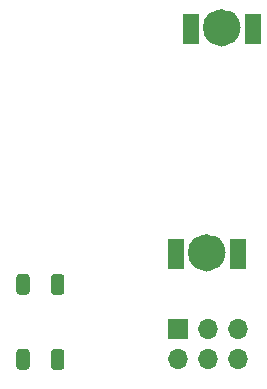
<source format=gbs>
%TF.GenerationSoftware,KiCad,Pcbnew,(5.1.12-1-10_14)*%
%TF.CreationDate,2022-04-14T08:34:34-04:00*%
%TF.ProjectId,Master_Warning,4d617374-6572-45f5-9761-726e696e672e,rev?*%
%TF.SameCoordinates,Original*%
%TF.FileFunction,Soldermask,Bot*%
%TF.FilePolarity,Negative*%
%FSLAX46Y46*%
G04 Gerber Fmt 4.6, Leading zero omitted, Abs format (unit mm)*
G04 Created by KiCad (PCBNEW (5.1.12-1-10_14)) date 2022-04-14 08:34:34*
%MOMM*%
%LPD*%
G01*
G04 APERTURE LIST*
%ADD10C,1.600000*%
%ADD11R,1.400000X2.600000*%
%ADD12R,1.700000X1.700000*%
%ADD13O,1.700000X1.700000*%
G04 APERTURE END LIST*
D10*
%TO.C,D1*%
X160744760Y-97647860D02*
G75*
G03*
X160744760Y-97647860I-800000J0D01*
G01*
%TO.C,D2*%
X162014760Y-78597860D02*
G75*
G03*
X162014760Y-78597860I-800000J0D01*
G01*
%TD*%
D11*
%TO.C,D1*%
X162560000Y-97790000D03*
X157360000Y-97790000D03*
%TD*%
%TO.C,D2*%
X158630000Y-78740000D03*
X163830000Y-78740000D03*
%TD*%
D12*
%TO.C,J1*%
X157480000Y-104140000D03*
D13*
X157480000Y-106680000D03*
X160020000Y-104140000D03*
X160020000Y-106680000D03*
X162560000Y-104140000D03*
X162560000Y-106680000D03*
%TD*%
%TO.C,R1*%
G36*
G01*
X143832500Y-100955002D02*
X143832500Y-99704998D01*
G75*
G02*
X144082498Y-99455000I249998J0D01*
G01*
X144707502Y-99455000D01*
G75*
G02*
X144957500Y-99704998I0J-249998D01*
G01*
X144957500Y-100955002D01*
G75*
G02*
X144707502Y-101205000I-249998J0D01*
G01*
X144082498Y-101205000D01*
G75*
G02*
X143832500Y-100955002I0J249998D01*
G01*
G37*
G36*
G01*
X146757500Y-100955002D02*
X146757500Y-99704998D01*
G75*
G02*
X147007498Y-99455000I249998J0D01*
G01*
X147632502Y-99455000D01*
G75*
G02*
X147882500Y-99704998I0J-249998D01*
G01*
X147882500Y-100955002D01*
G75*
G02*
X147632502Y-101205000I-249998J0D01*
G01*
X147007498Y-101205000D01*
G75*
G02*
X146757500Y-100955002I0J249998D01*
G01*
G37*
%TD*%
%TO.C,R2*%
G36*
G01*
X146757500Y-107305002D02*
X146757500Y-106054998D01*
G75*
G02*
X147007498Y-105805000I249998J0D01*
G01*
X147632502Y-105805000D01*
G75*
G02*
X147882500Y-106054998I0J-249998D01*
G01*
X147882500Y-107305002D01*
G75*
G02*
X147632502Y-107555000I-249998J0D01*
G01*
X147007498Y-107555000D01*
G75*
G02*
X146757500Y-107305002I0J249998D01*
G01*
G37*
G36*
G01*
X143832500Y-107305002D02*
X143832500Y-106054998D01*
G75*
G02*
X144082498Y-105805000I249998J0D01*
G01*
X144707502Y-105805000D01*
G75*
G02*
X144957500Y-106054998I0J-249998D01*
G01*
X144957500Y-107305002D01*
G75*
G02*
X144707502Y-107555000I-249998J0D01*
G01*
X144082498Y-107555000D01*
G75*
G02*
X143832500Y-107305002I0J249998D01*
G01*
G37*
%TD*%
M02*

</source>
